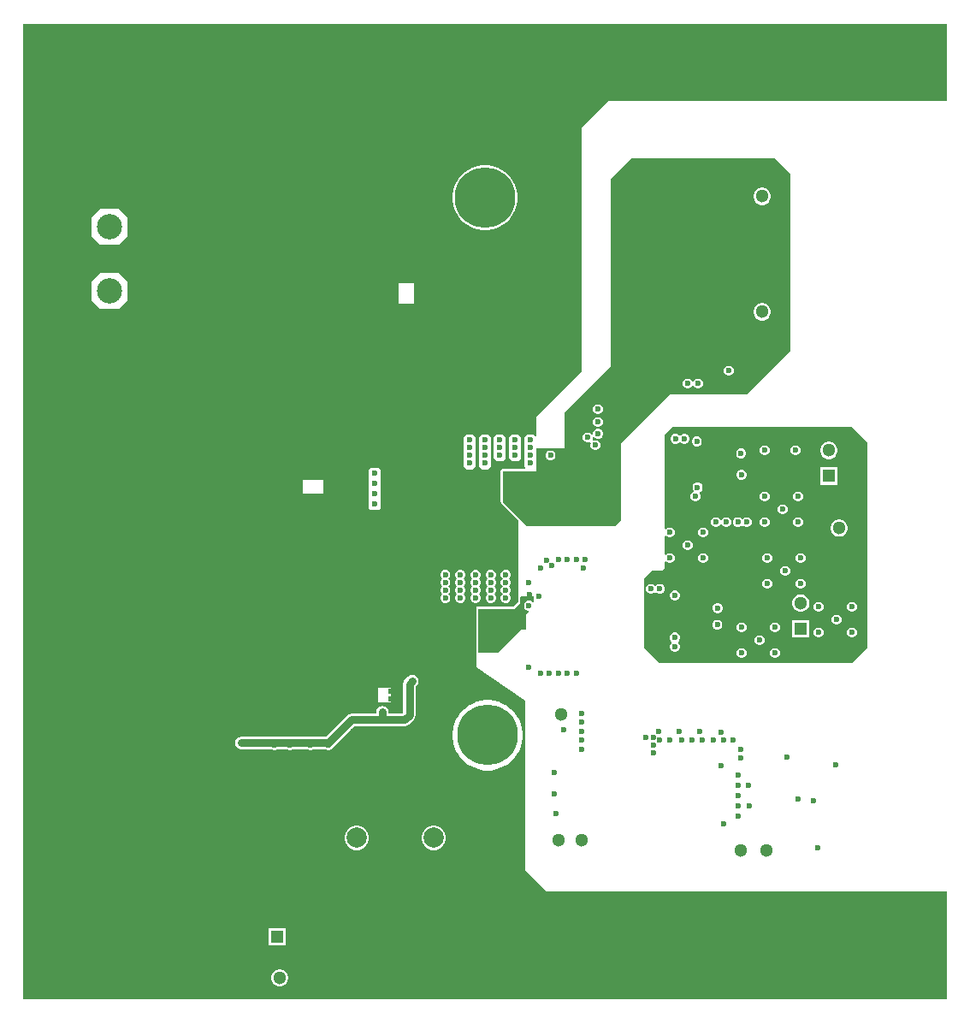
<source format=gbr>
%TF.GenerationSoftware,Altium Limited,Altium Designer,22.9.1 (49)*%
G04 Layer_Physical_Order=3*
G04 Layer_Color=16440176*
%FSLAX45Y45*%
%MOMM*%
%TF.SameCoordinates,B7DE9D22-2107-43EB-A15B-9EDAE082944A*%
%TF.FilePolarity,Positive*%
%TF.FileFunction,Copper,L3,Inr,Signal*%
%TF.Part,Single*%
G01*
G75*
%TA.AperFunction,Conductor*%
%ADD49C,0.80000*%
%TA.AperFunction,ComponentPad*%
%ADD55C,1.30000*%
%ADD56C,6.00000*%
%ADD57C,1.90500*%
%ADD58C,2.00660*%
%ADD59C,0.60000*%
%ADD60C,2.50000*%
%ADD61R,1.30000X1.30000*%
%ADD62R,1.30000X1.30000*%
%TA.AperFunction,ViaPad*%
%ADD63C,0.60000*%
G36*
X9194800Y10414000D02*
X5842000D01*
X5575300Y10147300D01*
Y7734300D01*
X5207000Y7366000D01*
X5130800Y7289800D01*
Y7107161D01*
X5118100Y7101900D01*
X5100000Y7120000D01*
X5040000D01*
X5010000Y7090000D01*
Y6800000D01*
X5022275Y6787725D01*
X5017415Y6775992D01*
X4800600D01*
X4792796Y6774440D01*
X4786181Y6770019D01*
X4781760Y6763404D01*
X4781650Y6762850D01*
X4775200Y6756400D01*
Y6451600D01*
X4781253Y6445547D01*
X4781760Y6442996D01*
X4786181Y6436381D01*
X4953000Y6269561D01*
Y5461000D01*
X4902200Y5410200D01*
X4533900D01*
Y4813300D01*
X5020000Y4484854D01*
Y2803200D01*
X5232400Y2590800D01*
X9194800D01*
Y1524000D01*
X50800D01*
Y11176000D01*
X9194800D01*
Y10414000D01*
D02*
G37*
G36*
X7645400Y9702000D02*
Y7949399D01*
X7213600Y7517600D01*
X6451600D01*
X5969000Y7035000D01*
X5969000Y6273000D01*
X5906300Y6210300D01*
X5041100D01*
X4800600Y6450800D01*
Y6755600D01*
X5130800D01*
Y6984200D01*
X5410200D01*
Y7339800D01*
X5562600Y7492200D01*
X5867400Y7797000D01*
Y9651200D01*
X6070600Y9854400D01*
X7493000D01*
X7645400Y9702000D01*
D02*
G37*
G36*
X8407400Y7035800D02*
Y5003800D01*
X8255000Y4851400D01*
X6349999D01*
X6197600Y5003800D01*
Y5689600D01*
X6273800Y5765800D01*
X6375400D01*
X6400800Y5791200D01*
Y5854929D01*
X6413500Y5860189D01*
X6423277Y5850412D01*
X6441654Y5842800D01*
X6461546D01*
X6479923Y5850412D01*
X6493988Y5864477D01*
X6501600Y5882854D01*
Y5902746D01*
X6493988Y5921123D01*
X6479923Y5935188D01*
X6461546Y5942800D01*
X6441654D01*
X6423277Y5935188D01*
X6413500Y5925411D01*
X6400800Y5930671D01*
Y6108929D01*
X6413500Y6114189D01*
X6423277Y6104412D01*
X6441654Y6096800D01*
X6461546D01*
X6479923Y6104412D01*
X6493988Y6118477D01*
X6501600Y6136854D01*
Y6156746D01*
X6493988Y6175123D01*
X6479923Y6189188D01*
X6461546Y6196800D01*
X6441654D01*
X6423277Y6189188D01*
X6413500Y6179411D01*
X6400800Y6184671D01*
Y7112000D01*
X6477000Y7188200D01*
X8255000D01*
X8407400Y7035800D01*
D02*
G37*
G36*
X5105400Y5464870D02*
X5092700Y5459609D01*
X5087021Y5465288D01*
X5068644Y5472900D01*
X5048753D01*
X5030376Y5465288D01*
X5016310Y5451223D01*
X5008698Y5432846D01*
Y5412954D01*
X5016310Y5394577D01*
X5030376Y5380512D01*
X5048753Y5372900D01*
X5051507D01*
X5056367Y5361167D01*
X5029200Y5334000D01*
Y5181600D01*
X4978400D01*
X4749800Y4953000D01*
X4554292D01*
Y5384800D01*
X4851400D01*
X4856408Y5389808D01*
X4902199D01*
X4902200Y5389808D01*
X4910004Y5391360D01*
X4916619Y5395781D01*
X4916620Y5395781D01*
X4967419Y5446581D01*
X4971840Y5453196D01*
X4973392Y5461000D01*
Y5506792D01*
X4978400Y5511800D01*
X5105400D01*
Y5464870D01*
D02*
G37*
%LPC*%
G36*
X4647985Y9781500D02*
X4597615D01*
X4547866Y9773621D01*
X4499963Y9758056D01*
X4455084Y9735189D01*
X4414334Y9705582D01*
X4378718Y9669966D01*
X4349111Y9629216D01*
X4326244Y9584337D01*
X4310679Y9536434D01*
X4302800Y9486685D01*
Y9436315D01*
X4310679Y9386566D01*
X4326244Y9338663D01*
X4349111Y9293784D01*
X4378718Y9253034D01*
X4414334Y9217418D01*
X4455084Y9187811D01*
X4499963Y9164944D01*
X4547866Y9149379D01*
X4597615Y9141500D01*
X4647985D01*
X4697734Y9149379D01*
X4745637Y9164944D01*
X4790516Y9187811D01*
X4831266Y9217418D01*
X4866882Y9253034D01*
X4896489Y9293784D01*
X4919356Y9338663D01*
X4934921Y9386566D01*
X4942800Y9436315D01*
Y9486685D01*
X4934921Y9536434D01*
X4919356Y9584337D01*
X4896489Y9629216D01*
X4866882Y9669966D01*
X4831266Y9705582D01*
X4790516Y9735189D01*
X4745637Y9758056D01*
X4697734Y9773621D01*
X4647985Y9781500D01*
D02*
G37*
G36*
X1000000Y9350000D02*
X810000D01*
X730000Y9270000D01*
X730000Y9079999D01*
X810000Y9000000D01*
X1000000D01*
X1080000Y9080000D01*
Y9270000D01*
X1000000Y9350000D01*
D02*
G37*
G36*
X3920000Y8610600D02*
X3767800D01*
Y8407400D01*
X3920000D01*
Y8610600D01*
D02*
G37*
G36*
X1000000Y8715000D02*
X810000D01*
X730000Y8635000D01*
X730000Y8444999D01*
X810000Y8365000D01*
X1000000D01*
X1080000Y8445000D01*
Y8635000D01*
X1000000Y8715000D01*
D02*
G37*
G36*
X4950000Y7120000D02*
X4890000D01*
X4860000Y7090000D01*
Y6880000D01*
X4890000Y6850000D01*
X4950000D01*
X4980000Y6880000D01*
Y7090000D01*
X4950000Y7120000D01*
D02*
G37*
G36*
X4800000D02*
X4740000D01*
X4710000Y7090000D01*
Y6880000D01*
X4740000Y6850000D01*
X4800000D01*
X4830000Y6880000D01*
Y7090000D01*
X4800000Y7120000D01*
D02*
G37*
G36*
X4650000D02*
X4590000D01*
X4560000Y7090000D01*
Y6800000D01*
X4590000Y6770000D01*
X4650000D01*
X4680000Y6800000D01*
Y7090000D01*
X4650000Y7120000D01*
D02*
G37*
G36*
X4500000D02*
X4440000D01*
X4410000Y7090000D01*
Y6800000D01*
X4440000Y6770000D01*
X4500000D01*
X4530000Y6800000D01*
Y7090000D01*
X4500000Y7120000D01*
D02*
G37*
G36*
X3022600Y6667800D02*
X2819400D01*
Y6527800D01*
X3022600D01*
Y6667800D01*
D02*
G37*
G36*
X3570000Y6790000D02*
X3490000D01*
X3470000Y6770000D01*
Y6390000D01*
X3490000Y6370000D01*
X3570000D01*
X3590000Y6390000D01*
Y6770000D01*
X3570000Y6790000D01*
D02*
G37*
G36*
X4839046Y5777700D02*
X4819154D01*
X4800777Y5770088D01*
X4786712Y5756023D01*
X4779100Y5737646D01*
Y5717754D01*
X4786712Y5699377D01*
X4796489Y5689600D01*
X4786712Y5679823D01*
X4779100Y5661446D01*
Y5641554D01*
X4786712Y5623177D01*
X4796489Y5613400D01*
X4786712Y5603623D01*
X4779100Y5585246D01*
Y5565354D01*
X4786712Y5546977D01*
X4796489Y5537200D01*
X4786712Y5527423D01*
X4779100Y5509046D01*
Y5489154D01*
X4786712Y5470777D01*
X4800777Y5456712D01*
X4819154Y5449100D01*
X4839046D01*
X4857423Y5456712D01*
X4871488Y5470777D01*
X4879100Y5489154D01*
Y5509046D01*
X4871488Y5527423D01*
X4861711Y5537200D01*
X4871488Y5546977D01*
X4879100Y5565354D01*
Y5585246D01*
X4871488Y5603623D01*
X4861711Y5613400D01*
X4871488Y5623177D01*
X4879100Y5641554D01*
Y5661446D01*
X4871488Y5679823D01*
X4861711Y5689600D01*
X4871488Y5699377D01*
X4879100Y5717754D01*
Y5737646D01*
X4871488Y5756023D01*
X4857423Y5770088D01*
X4839046Y5777700D01*
D02*
G37*
G36*
X4689046D02*
X4669154D01*
X4650777Y5770088D01*
X4636712Y5756023D01*
X4629100Y5737646D01*
Y5717754D01*
X4636712Y5699377D01*
X4646489Y5689600D01*
X4636712Y5679823D01*
X4629100Y5661446D01*
Y5641554D01*
X4636712Y5623177D01*
X4646489Y5613400D01*
X4636712Y5603623D01*
X4629100Y5585246D01*
Y5565354D01*
X4636712Y5546977D01*
X4646489Y5537200D01*
X4636712Y5527423D01*
X4629100Y5509046D01*
Y5489154D01*
X4636712Y5470777D01*
X4650777Y5456712D01*
X4669154Y5449100D01*
X4689046D01*
X4707423Y5456712D01*
X4721488Y5470777D01*
X4729100Y5489154D01*
Y5509046D01*
X4721488Y5527423D01*
X4711711Y5537200D01*
X4721488Y5546977D01*
X4729100Y5565354D01*
Y5585246D01*
X4721488Y5603623D01*
X4711711Y5613400D01*
X4721488Y5623177D01*
X4729100Y5641554D01*
Y5661446D01*
X4721488Y5679823D01*
X4711711Y5689600D01*
X4721488Y5699377D01*
X4729100Y5717754D01*
Y5737646D01*
X4721488Y5756023D01*
X4707423Y5770088D01*
X4689046Y5777700D01*
D02*
G37*
G36*
X4539046D02*
X4519154D01*
X4500777Y5770088D01*
X4486712Y5756023D01*
X4479100Y5737646D01*
Y5717754D01*
X4486712Y5699377D01*
X4496489Y5689600D01*
X4486712Y5679823D01*
X4479100Y5661446D01*
Y5641554D01*
X4486712Y5623177D01*
X4496489Y5613400D01*
X4486712Y5603623D01*
X4479100Y5585246D01*
Y5565354D01*
X4486712Y5546977D01*
X4496489Y5537200D01*
X4486712Y5527423D01*
X4479100Y5509046D01*
Y5489154D01*
X4486712Y5470777D01*
X4500777Y5456712D01*
X4519154Y5449100D01*
X4539046D01*
X4557423Y5456712D01*
X4571488Y5470777D01*
X4579100Y5489154D01*
Y5509046D01*
X4571488Y5527423D01*
X4561711Y5537200D01*
X4571488Y5546977D01*
X4579100Y5565354D01*
Y5585246D01*
X4571488Y5603623D01*
X4561711Y5613400D01*
X4571488Y5623177D01*
X4579100Y5641554D01*
Y5661446D01*
X4571488Y5679823D01*
X4561711Y5689600D01*
X4571488Y5699377D01*
X4579100Y5717754D01*
Y5737646D01*
X4571488Y5756023D01*
X4557423Y5770088D01*
X4539046Y5777700D01*
D02*
G37*
G36*
X4389046D02*
X4369154D01*
X4350777Y5770088D01*
X4336712Y5756023D01*
X4329100Y5737646D01*
Y5717754D01*
X4336712Y5699377D01*
X4346489Y5689600D01*
X4336712Y5679823D01*
X4329100Y5661446D01*
Y5641554D01*
X4336712Y5623177D01*
X4346489Y5613400D01*
X4336712Y5603623D01*
X4329100Y5585246D01*
Y5565354D01*
X4336712Y5546977D01*
X4346489Y5537200D01*
X4336712Y5527423D01*
X4329100Y5509046D01*
Y5489154D01*
X4336712Y5470777D01*
X4350777Y5456712D01*
X4369154Y5449100D01*
X4389046D01*
X4407423Y5456712D01*
X4421488Y5470777D01*
X4429100Y5489154D01*
Y5509046D01*
X4421488Y5527423D01*
X4411711Y5537200D01*
X4421488Y5546977D01*
X4429100Y5565354D01*
Y5585246D01*
X4421488Y5603623D01*
X4411711Y5613400D01*
X4421488Y5623177D01*
X4429100Y5641554D01*
Y5661446D01*
X4421488Y5679823D01*
X4411711Y5689600D01*
X4421488Y5699377D01*
X4429100Y5717754D01*
Y5737646D01*
X4421488Y5756023D01*
X4407423Y5770088D01*
X4389046Y5777700D01*
D02*
G37*
G36*
X4239046D02*
X4219154D01*
X4200777Y5770088D01*
X4186712Y5756023D01*
X4179100Y5737646D01*
Y5717754D01*
X4186712Y5699377D01*
X4196489Y5689600D01*
X4186712Y5679823D01*
X4179100Y5661446D01*
Y5641554D01*
X4186712Y5623177D01*
X4196489Y5613400D01*
X4186712Y5603623D01*
X4179100Y5585246D01*
Y5565354D01*
X4186712Y5546977D01*
X4196489Y5537200D01*
X4186712Y5527423D01*
X4179100Y5509046D01*
Y5489154D01*
X4186712Y5470777D01*
X4200777Y5456712D01*
X4219154Y5449100D01*
X4239046D01*
X4257423Y5456712D01*
X4271488Y5470777D01*
X4279100Y5489154D01*
Y5509046D01*
X4271488Y5527423D01*
X4261711Y5537200D01*
X4271488Y5546977D01*
X4279100Y5565354D01*
Y5585246D01*
X4271488Y5603623D01*
X4261711Y5613400D01*
X4271488Y5623177D01*
X4279100Y5641554D01*
Y5661446D01*
X4271488Y5679823D01*
X4261711Y5689600D01*
X4271488Y5699377D01*
X4279100Y5717754D01*
Y5737646D01*
X4271488Y5756023D01*
X4257423Y5770088D01*
X4239046Y5777700D01*
D02*
G37*
G36*
X3690682Y4609142D02*
X3560682D01*
Y4469142D01*
X3690682D01*
Y4609142D01*
D02*
G37*
G36*
X3904683Y4740317D02*
X3881272Y4735661D01*
X3861425Y4722399D01*
X3830243Y4691217D01*
X3816981Y4671370D01*
X3812325Y4647959D01*
Y4364803D01*
X3801297Y4353775D01*
X3667975D01*
Y4368800D01*
X3663319Y4392211D01*
X3650057Y4412057D01*
X3630211Y4425319D01*
X3606800Y4429975D01*
X3583389Y4425319D01*
X3563543Y4412057D01*
X3550281Y4392211D01*
X3545625Y4368800D01*
Y4353775D01*
X3302000D01*
X3278589Y4349119D01*
X3258743Y4335857D01*
X3048060Y4125175D01*
X2209800D01*
X2186389Y4120519D01*
X2166543Y4107257D01*
X2153281Y4087411D01*
X2148625Y4064000D01*
X2153281Y4040589D01*
X2166543Y4020743D01*
X2186389Y4007481D01*
X2209800Y4002825D01*
X2505065D01*
X2511677Y3996212D01*
X2530054Y3988600D01*
X2549946D01*
X2568323Y3996212D01*
X2574935Y4002825D01*
X2657465D01*
X2664077Y3996212D01*
X2682454Y3988600D01*
X2702346D01*
X2720723Y3996212D01*
X2727335Y4002825D01*
X2860665D01*
X2867277Y3996212D01*
X2885654Y3988600D01*
X2905546D01*
X2923923Y3996212D01*
X2930535Y4002825D01*
X3038465D01*
X3045077Y3996212D01*
X3063454Y3988600D01*
X3083346D01*
X3101723Y3996212D01*
X3115788Y4010277D01*
X3122573Y4026658D01*
X3327340Y4231425D01*
X3826637D01*
X3850048Y4236081D01*
X3869894Y4249343D01*
X3916757Y4296205D01*
X3930019Y4316052D01*
X3934675Y4339463D01*
Y4622620D01*
X3947940Y4635884D01*
X3961201Y4655731D01*
X3965858Y4679142D01*
X3961201Y4702552D01*
X3947940Y4722399D01*
X3928093Y4735661D01*
X3904683Y4740317D01*
D02*
G37*
G36*
X4671008Y4488180D02*
X4625392D01*
X4580167Y4482226D01*
X4536105Y4470420D01*
X4493962Y4452963D01*
X4454458Y4430155D01*
X4418269Y4402386D01*
X4386013Y4370131D01*
X4358244Y4333942D01*
X4335436Y4294438D01*
X4317980Y4252294D01*
X4306174Y4208233D01*
X4300220Y4163008D01*
Y4117392D01*
X4306174Y4072167D01*
X4317980Y4028105D01*
X4335436Y3985962D01*
X4358244Y3946458D01*
X4386013Y3910269D01*
X4418269Y3878013D01*
X4454458Y3850244D01*
X4493962Y3827436D01*
X4536105Y3809980D01*
X4580167Y3798174D01*
X4625392Y3792220D01*
X4671008D01*
X4716233Y3798174D01*
X4760294Y3809980D01*
X4802438Y3827436D01*
X4841942Y3850244D01*
X4878131Y3878013D01*
X4910386Y3910269D01*
X4938155Y3946458D01*
X4960963Y3985962D01*
X4978420Y4028105D01*
X4990226Y4072167D01*
X4996180Y4117392D01*
Y4163008D01*
X4990226Y4208233D01*
X4978420Y4252294D01*
X4960963Y4294438D01*
X4938155Y4333942D01*
X4910386Y4370131D01*
X4878131Y4402386D01*
X4841942Y4430155D01*
X4802438Y4452963D01*
X4760294Y4470420D01*
X4716233Y4482226D01*
X4671008Y4488180D01*
D02*
G37*
G36*
X4130642Y3244530D02*
X4098958D01*
X4068354Y3236330D01*
X4040916Y3220488D01*
X4018512Y3198084D01*
X4002670Y3170646D01*
X3994470Y3140042D01*
Y3108358D01*
X4002670Y3077754D01*
X4018512Y3050316D01*
X4040916Y3027912D01*
X4068354Y3012070D01*
X4098958Y3003870D01*
X4130642D01*
X4161246Y3012070D01*
X4188684Y3027912D01*
X4211088Y3050316D01*
X4226930Y3077754D01*
X4235130Y3108358D01*
Y3140042D01*
X4226930Y3170646D01*
X4211088Y3198084D01*
X4188684Y3220488D01*
X4161246Y3236330D01*
X4130642Y3244530D01*
D02*
G37*
G36*
X3368642D02*
X3336958D01*
X3306354Y3236330D01*
X3278916Y3220488D01*
X3256512Y3198084D01*
X3240670Y3170646D01*
X3232470Y3140042D01*
Y3108358D01*
X3240670Y3077754D01*
X3256512Y3050316D01*
X3278916Y3027912D01*
X3306354Y3012070D01*
X3336958Y3003870D01*
X3368642D01*
X3399246Y3012070D01*
X3426684Y3027912D01*
X3449088Y3050316D01*
X3464930Y3077754D01*
X3473130Y3108358D01*
Y3140042D01*
X3464930Y3170646D01*
X3449088Y3198084D01*
X3426684Y3220488D01*
X3399246Y3236330D01*
X3368642Y3244530D01*
D02*
G37*
G36*
X2650400Y2231300D02*
X2480400D01*
Y2061300D01*
X2650400D01*
Y2231300D01*
D02*
G37*
G36*
X2601990Y1824900D02*
X2579610D01*
X2557991Y1819107D01*
X2538609Y1807917D01*
X2522783Y1792091D01*
X2511593Y1772709D01*
X2505800Y1751090D01*
Y1728710D01*
X2511593Y1707091D01*
X2522783Y1687709D01*
X2538609Y1671883D01*
X2557991Y1660693D01*
X2579610Y1654900D01*
X2601990D01*
X2623609Y1660693D01*
X2642991Y1671883D01*
X2658817Y1687709D01*
X2670007Y1707091D01*
X2675800Y1728710D01*
Y1751090D01*
X2670007Y1772709D01*
X2658817Y1792091D01*
X2642991Y1807917D01*
X2623609Y1819107D01*
X2601990Y1824900D01*
D02*
G37*
G36*
X7377190Y9559200D02*
X7354810D01*
X7333191Y9553407D01*
X7313809Y9542217D01*
X7297983Y9526391D01*
X7286793Y9507009D01*
X7281000Y9485390D01*
Y9463010D01*
X7286793Y9441391D01*
X7297983Y9422009D01*
X7313809Y9406183D01*
X7333191Y9394993D01*
X7354810Y9389200D01*
X7377190D01*
X7398809Y9394993D01*
X7418191Y9406183D01*
X7434017Y9422009D01*
X7445207Y9441391D01*
X7451000Y9463010D01*
Y9485390D01*
X7445207Y9507009D01*
X7434017Y9526391D01*
X7418191Y9542217D01*
X7398809Y9553407D01*
X7377190Y9559200D01*
D02*
G37*
G36*
Y8416200D02*
X7354810D01*
X7333191Y8410407D01*
X7313809Y8399217D01*
X7297983Y8383391D01*
X7286793Y8364009D01*
X7281000Y8342390D01*
Y8320010D01*
X7286793Y8298391D01*
X7297983Y8279009D01*
X7313809Y8263183D01*
X7333191Y8251993D01*
X7354810Y8246200D01*
X7377190D01*
X7398809Y8251993D01*
X7418191Y8263183D01*
X7434017Y8279009D01*
X7445207Y8298391D01*
X7451000Y8320010D01*
Y8342390D01*
X7445207Y8364009D01*
X7434017Y8383391D01*
X7418191Y8399217D01*
X7398809Y8410407D01*
X7377190Y8416200D01*
D02*
G37*
G36*
X7045746Y7797000D02*
X7025854D01*
X7007477Y7789388D01*
X6993412Y7775323D01*
X6985800Y7756946D01*
Y7737054D01*
X6993412Y7718677D01*
X7007477Y7704612D01*
X7025854Y7697000D01*
X7045746D01*
X7064123Y7704612D01*
X7078188Y7718677D01*
X7085800Y7737054D01*
Y7756946D01*
X7078188Y7775323D01*
X7064123Y7789388D01*
X7045746Y7797000D01*
D02*
G37*
G36*
X6740946Y7670000D02*
X6721054D01*
X6702677Y7662388D01*
X6688612Y7648323D01*
X6687073Y7644608D01*
X6673327D01*
X6671788Y7648323D01*
X6657723Y7662388D01*
X6639346Y7670000D01*
X6619454D01*
X6601077Y7662388D01*
X6587012Y7648323D01*
X6579400Y7629946D01*
Y7610054D01*
X6587012Y7591677D01*
X6601077Y7577612D01*
X6619454Y7570000D01*
X6639346D01*
X6657723Y7577612D01*
X6671788Y7591677D01*
X6673327Y7595392D01*
X6687073D01*
X6688612Y7591677D01*
X6702677Y7577612D01*
X6721054Y7570000D01*
X6740946D01*
X6759323Y7577612D01*
X6773388Y7591677D01*
X6781000Y7610054D01*
Y7629946D01*
X6773388Y7648323D01*
X6759323Y7662388D01*
X6740946Y7670000D01*
D02*
G37*
G36*
X5750346Y7416000D02*
X5730454D01*
X5712077Y7408388D01*
X5698012Y7394323D01*
X5690400Y7375946D01*
Y7356054D01*
X5698012Y7337677D01*
X5712077Y7323612D01*
X5730454Y7316000D01*
X5750346D01*
X5768723Y7323612D01*
X5782788Y7337677D01*
X5790400Y7356054D01*
Y7375946D01*
X5782788Y7394323D01*
X5768723Y7408388D01*
X5750346Y7416000D01*
D02*
G37*
G36*
Y7289000D02*
X5730454D01*
X5712077Y7281388D01*
X5698012Y7267323D01*
X5690400Y7248946D01*
Y7229054D01*
X5698012Y7210677D01*
X5712077Y7196612D01*
X5730454Y7189000D01*
X5750346D01*
X5768723Y7196612D01*
X5782788Y7210677D01*
X5790400Y7229054D01*
Y7248946D01*
X5782788Y7267323D01*
X5768723Y7281388D01*
X5750346Y7289000D01*
D02*
G37*
G36*
X5751876Y7171949D02*
X5731985D01*
X5713608Y7164337D01*
X5699543Y7150271D01*
X5691931Y7131894D01*
Y7120774D01*
X5688486Y7118898D01*
X5679231Y7116880D01*
X5667123Y7128988D01*
X5648746Y7136600D01*
X5628854D01*
X5610477Y7128988D01*
X5596412Y7114923D01*
X5588800Y7096546D01*
Y7076654D01*
X5596412Y7058277D01*
X5610477Y7044212D01*
X5628854Y7036600D01*
X5648746D01*
X5659900Y7041220D01*
X5669620Y7031500D01*
X5665000Y7020346D01*
Y7000454D01*
X5672612Y6982077D01*
X5686677Y6968012D01*
X5705054Y6960400D01*
X5724946D01*
X5743323Y6968012D01*
X5757388Y6982077D01*
X5765000Y7000454D01*
Y7020346D01*
X5757388Y7038723D01*
X5743323Y7052788D01*
X5724946Y7060400D01*
X5705054D01*
X5693900Y7055780D01*
X5684180Y7065500D01*
X5688800Y7076654D01*
Y7087775D01*
X5692245Y7089651D01*
X5701500Y7091669D01*
X5713608Y7079561D01*
X5731985Y7071949D01*
X5751876D01*
X5770253Y7079561D01*
X5784319Y7093626D01*
X5791931Y7112003D01*
Y7131894D01*
X5784319Y7150271D01*
X5770253Y7164337D01*
X5751876Y7171949D01*
D02*
G37*
G36*
X5280446Y6958800D02*
X5260554D01*
X5242177Y6951188D01*
X5228112Y6937123D01*
X5220500Y6918746D01*
Y6898854D01*
X5228112Y6880477D01*
X5242177Y6866412D01*
X5260554Y6858800D01*
X5280446D01*
X5298823Y6866412D01*
X5312888Y6880477D01*
X5320500Y6898854D01*
Y6918746D01*
X5312888Y6937123D01*
X5298823Y6951188D01*
X5280446Y6958800D01*
D02*
G37*
G36*
X6606490Y7125969D02*
X6586599D01*
X6568222Y7118358D01*
X6559653Y7109789D01*
X6552423Y7105151D01*
X6543060Y7109789D01*
X6535478Y7117370D01*
X6517101Y7124982D01*
X6497210D01*
X6478833Y7117370D01*
X6464768Y7103305D01*
X6457156Y7084928D01*
Y7065036D01*
X6464768Y7046659D01*
X6478833Y7032594D01*
X6497210Y7024982D01*
X6517101D01*
X6535478Y7032594D01*
X6544047Y7041163D01*
X6551277Y7045800D01*
X6560640Y7041163D01*
X6568222Y7033582D01*
X6586599Y7025970D01*
X6606490D01*
X6624867Y7033582D01*
X6638932Y7047647D01*
X6646544Y7066024D01*
Y7085915D01*
X6638932Y7104292D01*
X6624867Y7118358D01*
X6606490Y7125969D01*
D02*
G37*
G36*
X6728246Y7098500D02*
X6708354D01*
X6689977Y7090888D01*
X6675912Y7076823D01*
X6668300Y7058446D01*
Y7038554D01*
X6675912Y7020177D01*
X6689977Y7006112D01*
X6708354Y6998500D01*
X6728246D01*
X6746623Y7006112D01*
X6760688Y7020177D01*
X6768300Y7038554D01*
Y7058446D01*
X6760688Y7076823D01*
X6746623Y7090888D01*
X6728246Y7098500D01*
D02*
G37*
G36*
X7706146Y7009600D02*
X7686254D01*
X7667877Y7001988D01*
X7653812Y6987923D01*
X7646200Y6969546D01*
Y6949654D01*
X7653812Y6931277D01*
X7667877Y6917212D01*
X7686254Y6909600D01*
X7706146D01*
X7724523Y6917212D01*
X7738588Y6931277D01*
X7746200Y6949654D01*
Y6969546D01*
X7738588Y6987923D01*
X7724523Y7001988D01*
X7706146Y7009600D01*
D02*
G37*
G36*
X7401346D02*
X7381454D01*
X7363077Y7001988D01*
X7349012Y6987923D01*
X7341400Y6969546D01*
Y6949654D01*
X7349012Y6931277D01*
X7363077Y6917212D01*
X7381454Y6909600D01*
X7401346D01*
X7419723Y6917212D01*
X7433788Y6931277D01*
X7441400Y6949654D01*
Y6969546D01*
X7433788Y6987923D01*
X7419723Y7001988D01*
X7401346Y7009600D01*
D02*
G37*
G36*
X7167666Y6979120D02*
X7147774D01*
X7129397Y6971508D01*
X7115332Y6957443D01*
X7107720Y6939066D01*
Y6919174D01*
X7115332Y6900797D01*
X7129397Y6886732D01*
X7147774Y6879120D01*
X7167666D01*
X7186043Y6886732D01*
X7200108Y6900797D01*
X7207720Y6919174D01*
Y6939066D01*
X7200108Y6957443D01*
X7186043Y6971508D01*
X7167666Y6979120D01*
D02*
G37*
G36*
X8037590Y7044600D02*
X8015210D01*
X7993591Y7038807D01*
X7974209Y7027617D01*
X7958383Y7011791D01*
X7947193Y6992409D01*
X7941400Y6970790D01*
Y6948410D01*
X7947193Y6926791D01*
X7958383Y6907409D01*
X7974209Y6891583D01*
X7993591Y6880393D01*
X8015210Y6874600D01*
X8037590D01*
X8059209Y6880393D01*
X8078591Y6891583D01*
X8094417Y6907409D01*
X8105607Y6926791D01*
X8111400Y6948410D01*
Y6970790D01*
X8105607Y6992409D01*
X8094417Y7011791D01*
X8078591Y7027617D01*
X8059209Y7038807D01*
X8037590Y7044600D01*
D02*
G37*
G36*
X7170206Y6768300D02*
X7150314D01*
X7131937Y6760688D01*
X7117872Y6746623D01*
X7110260Y6728246D01*
Y6708354D01*
X7117872Y6689977D01*
X7131937Y6675912D01*
X7150314Y6668300D01*
X7170206D01*
X7188583Y6675912D01*
X7202648Y6689977D01*
X7210260Y6708354D01*
Y6728246D01*
X7202648Y6746623D01*
X7188583Y6760688D01*
X7170206Y6768300D01*
D02*
G37*
G36*
X8111400Y6790600D02*
X7941400D01*
Y6620600D01*
X8111400D01*
Y6790600D01*
D02*
G37*
G36*
X7731546Y6552400D02*
X7711654D01*
X7693277Y6544788D01*
X7679212Y6530723D01*
X7671600Y6512346D01*
Y6492454D01*
X7679212Y6474077D01*
X7693277Y6460012D01*
X7711654Y6452400D01*
X7731546D01*
X7749923Y6460012D01*
X7763988Y6474077D01*
X7771600Y6492454D01*
Y6512346D01*
X7763988Y6530723D01*
X7749923Y6544788D01*
X7731546Y6552400D01*
D02*
G37*
G36*
X7401346D02*
X7381454D01*
X7363077Y6544788D01*
X7349012Y6530723D01*
X7341400Y6512346D01*
Y6492454D01*
X7349012Y6474077D01*
X7363077Y6460012D01*
X7381454Y6452400D01*
X7401346D01*
X7419723Y6460012D01*
X7433788Y6474077D01*
X7441400Y6492454D01*
Y6512346D01*
X7433788Y6530723D01*
X7419723Y6544788D01*
X7401346Y6552400D01*
D02*
G37*
G36*
X6736646Y6645000D02*
X6716754D01*
X6698377Y6637388D01*
X6684312Y6623323D01*
X6676700Y6604946D01*
Y6585054D01*
X6684312Y6566677D01*
X6688009Y6562980D01*
X6685030Y6547999D01*
X6677277Y6544788D01*
X6663212Y6530723D01*
X6655600Y6512346D01*
Y6492454D01*
X6663212Y6474077D01*
X6677277Y6460012D01*
X6695654Y6452400D01*
X6715546D01*
X6733923Y6460012D01*
X6747988Y6474077D01*
X6755600Y6492454D01*
Y6512346D01*
X6747988Y6530723D01*
X6744291Y6534420D01*
X6747270Y6549401D01*
X6755023Y6552612D01*
X6769088Y6566677D01*
X6776700Y6585054D01*
Y6604946D01*
X6769088Y6623323D01*
X6755023Y6637388D01*
X6736646Y6645000D01*
D02*
G37*
G36*
X7579146Y6425400D02*
X7559254D01*
X7540877Y6417788D01*
X7526812Y6403723D01*
X7519200Y6385346D01*
Y6365454D01*
X7526812Y6347077D01*
X7540877Y6333012D01*
X7559254Y6325400D01*
X7579146D01*
X7597523Y6333012D01*
X7611588Y6347077D01*
X7619200Y6365454D01*
Y6385346D01*
X7611588Y6403723D01*
X7597523Y6417788D01*
X7579146Y6425400D01*
D02*
G37*
G36*
X7223546Y6298400D02*
X7203654D01*
X7185277Y6290788D01*
X7177447Y6282957D01*
X7169150Y6277964D01*
X7160853Y6282957D01*
X7153023Y6290788D01*
X7134646Y6298400D01*
X7114754D01*
X7096377Y6290788D01*
X7082312Y6276723D01*
X7074700Y6258346D01*
Y6238454D01*
X7082312Y6220077D01*
X7096377Y6206012D01*
X7114754Y6198400D01*
X7134646D01*
X7153023Y6206012D01*
X7160853Y6213843D01*
X7169150Y6218836D01*
X7177447Y6213843D01*
X7185277Y6206012D01*
X7203654Y6198400D01*
X7223546D01*
X7241923Y6206012D01*
X7255988Y6220077D01*
X7263600Y6238454D01*
Y6258346D01*
X7255988Y6276723D01*
X7241923Y6290788D01*
X7223546Y6298400D01*
D02*
G37*
G36*
X7020346D02*
X7000454D01*
X6982077Y6290788D01*
X6968012Y6276723D01*
X6966473Y6273008D01*
X6952727D01*
X6951188Y6276723D01*
X6937123Y6290788D01*
X6918746Y6298400D01*
X6898854D01*
X6880477Y6290788D01*
X6866412Y6276723D01*
X6858800Y6258346D01*
Y6238454D01*
X6866412Y6220077D01*
X6880477Y6206012D01*
X6898854Y6198400D01*
X6918746D01*
X6937123Y6206012D01*
X6951188Y6220077D01*
X6952727Y6223792D01*
X6966473D01*
X6968012Y6220077D01*
X6982077Y6206012D01*
X7000454Y6198400D01*
X7020346D01*
X7038723Y6206012D01*
X7052788Y6220077D01*
X7060400Y6238454D01*
Y6258346D01*
X7052788Y6276723D01*
X7038723Y6290788D01*
X7020346Y6298400D01*
D02*
G37*
G36*
X7731546D02*
X7711654D01*
X7693277Y6290788D01*
X7679212Y6276723D01*
X7671600Y6258346D01*
Y6238454D01*
X7679212Y6220077D01*
X7693277Y6206012D01*
X7711654Y6198400D01*
X7731546D01*
X7749923Y6206012D01*
X7763988Y6220077D01*
X7771600Y6238454D01*
Y6258346D01*
X7763988Y6276723D01*
X7749923Y6290788D01*
X7731546Y6298400D01*
D02*
G37*
G36*
X7401346D02*
X7381454D01*
X7363077Y6290788D01*
X7349012Y6276723D01*
X7341400Y6258346D01*
Y6238454D01*
X7349012Y6220077D01*
X7363077Y6206012D01*
X7381454Y6198400D01*
X7401346D01*
X7419723Y6206012D01*
X7433788Y6220077D01*
X7441400Y6238454D01*
Y6258346D01*
X7433788Y6276723D01*
X7419723Y6290788D01*
X7401346Y6298400D01*
D02*
G37*
G36*
X8139190Y6274980D02*
X8116810D01*
X8095191Y6269187D01*
X8075809Y6257997D01*
X8059983Y6242171D01*
X8048793Y6222789D01*
X8043000Y6201170D01*
Y6178790D01*
X8048793Y6157171D01*
X8059983Y6137789D01*
X8075809Y6121963D01*
X8095191Y6110773D01*
X8116810Y6104980D01*
X8139190D01*
X8160809Y6110773D01*
X8180191Y6121963D01*
X8196017Y6137789D01*
X8207207Y6157171D01*
X8213000Y6178790D01*
Y6201170D01*
X8207207Y6222789D01*
X8196017Y6242171D01*
X8180191Y6257997D01*
X8160809Y6269187D01*
X8139190Y6274980D01*
D02*
G37*
G36*
X6791746Y6196800D02*
X6771854D01*
X6753477Y6189188D01*
X6739412Y6175123D01*
X6731800Y6156746D01*
Y6136854D01*
X6739412Y6118477D01*
X6753477Y6104412D01*
X6771854Y6096800D01*
X6791746D01*
X6810123Y6104412D01*
X6824188Y6118477D01*
X6831800Y6136854D01*
Y6156746D01*
X6824188Y6175123D01*
X6810123Y6189188D01*
X6791746Y6196800D01*
D02*
G37*
G36*
X6639346Y6069800D02*
X6619454D01*
X6601077Y6062188D01*
X6587012Y6048123D01*
X6579400Y6029746D01*
Y6009854D01*
X6587012Y5991477D01*
X6601077Y5977412D01*
X6619454Y5969800D01*
X6639346D01*
X6657723Y5977412D01*
X6671788Y5991477D01*
X6679400Y6009854D01*
Y6029746D01*
X6671788Y6048123D01*
X6657723Y6062188D01*
X6639346Y6069800D01*
D02*
G37*
G36*
X7756946Y5942800D02*
X7737054D01*
X7718677Y5935188D01*
X7704612Y5921123D01*
X7697000Y5902746D01*
Y5882854D01*
X7704612Y5864477D01*
X7718677Y5850412D01*
X7737054Y5842800D01*
X7756946D01*
X7775323Y5850412D01*
X7789388Y5864477D01*
X7797000Y5882854D01*
Y5902746D01*
X7789388Y5921123D01*
X7775323Y5935188D01*
X7756946Y5942800D01*
D02*
G37*
G36*
X7426746D02*
X7406854D01*
X7388477Y5935188D01*
X7374412Y5921123D01*
X7366800Y5902746D01*
Y5882854D01*
X7374412Y5864477D01*
X7388477Y5850412D01*
X7406854Y5842800D01*
X7426746D01*
X7445123Y5850412D01*
X7459188Y5864477D01*
X7466800Y5882854D01*
Y5902746D01*
X7459188Y5921123D01*
X7445123Y5935188D01*
X7426746Y5942800D01*
D02*
G37*
G36*
X6791746D02*
X6771854D01*
X6753477Y5935188D01*
X6739412Y5921123D01*
X6731800Y5902746D01*
Y5882854D01*
X6739412Y5864477D01*
X6753477Y5850412D01*
X6771854Y5842800D01*
X6791746D01*
X6810123Y5850412D01*
X6824188Y5864477D01*
X6831800Y5882854D01*
Y5902746D01*
X6824188Y5921123D01*
X6810123Y5935188D01*
X6791746Y5942800D01*
D02*
G37*
G36*
X7604546Y5815800D02*
X7584654D01*
X7566277Y5808188D01*
X7552212Y5794123D01*
X7544600Y5775746D01*
Y5755854D01*
X7552212Y5737477D01*
X7566277Y5723412D01*
X7584654Y5715800D01*
X7604546D01*
X7622923Y5723412D01*
X7636988Y5737477D01*
X7644600Y5755854D01*
Y5775746D01*
X7636988Y5794123D01*
X7622923Y5808188D01*
X7604546Y5815800D01*
D02*
G37*
G36*
X6364044Y5638000D02*
X6344153D01*
X6325776Y5630388D01*
X6317945Y5622557D01*
X6309648Y5617564D01*
X6301352Y5622557D01*
X6293521Y5630388D01*
X6275144Y5638000D01*
X6255253D01*
X6236876Y5630388D01*
X6222810Y5616323D01*
X6215198Y5597946D01*
Y5578054D01*
X6222810Y5559677D01*
X6236876Y5545612D01*
X6255253Y5538000D01*
X6275144D01*
X6293521Y5545612D01*
X6301352Y5553443D01*
X6309648Y5558436D01*
X6317945Y5553443D01*
X6325776Y5545612D01*
X6344153Y5538000D01*
X6364044D01*
X6382421Y5545612D01*
X6396486Y5559677D01*
X6404098Y5578054D01*
Y5597946D01*
X6396486Y5616323D01*
X6382421Y5630388D01*
X6364044Y5638000D01*
D02*
G37*
G36*
X7756946Y5688800D02*
X7737054D01*
X7718677Y5681188D01*
X7704612Y5667123D01*
X7697000Y5648746D01*
Y5628854D01*
X7704612Y5610477D01*
X7718677Y5596412D01*
X7737054Y5588800D01*
X7756946D01*
X7775323Y5596412D01*
X7789388Y5610477D01*
X7797000Y5628854D01*
Y5648746D01*
X7789388Y5667123D01*
X7775323Y5681188D01*
X7756946Y5688800D01*
D02*
G37*
G36*
X7426746D02*
X7406854D01*
X7388477Y5681188D01*
X7374412Y5667123D01*
X7366800Y5648746D01*
Y5628854D01*
X7374412Y5610477D01*
X7388477Y5596412D01*
X7406854Y5588800D01*
X7426746D01*
X7445123Y5596412D01*
X7459188Y5610477D01*
X7466800Y5628854D01*
Y5648746D01*
X7459188Y5667123D01*
X7445123Y5681188D01*
X7426746Y5688800D01*
D02*
G37*
G36*
X6512346Y5574500D02*
X6492454D01*
X6474077Y5566888D01*
X6460012Y5552823D01*
X6452400Y5534446D01*
Y5514554D01*
X6460012Y5496177D01*
X6474077Y5482112D01*
X6492454Y5474500D01*
X6512346D01*
X6530723Y5482112D01*
X6544788Y5496177D01*
X6552400Y5514554D01*
Y5534446D01*
X6544788Y5552823D01*
X6530723Y5566888D01*
X6512346Y5574500D01*
D02*
G37*
G36*
X7760730Y5535840D02*
X7738350D01*
X7716731Y5530047D01*
X7697349Y5518857D01*
X7681523Y5503031D01*
X7670333Y5483649D01*
X7664540Y5462030D01*
Y5439650D01*
X7670333Y5418031D01*
X7681523Y5398649D01*
X7697349Y5382823D01*
X7716731Y5371633D01*
X7738350Y5365840D01*
X7760730D01*
X7782349Y5371633D01*
X7801731Y5382823D01*
X7817557Y5398649D01*
X7828747Y5418031D01*
X7834540Y5439650D01*
Y5462030D01*
X7828747Y5483649D01*
X7817557Y5503031D01*
X7801731Y5518857D01*
X7782349Y5530047D01*
X7760730Y5535840D01*
D02*
G37*
G36*
X8264946Y5460200D02*
X8245054D01*
X8226677Y5452588D01*
X8212612Y5438523D01*
X8205000Y5420146D01*
Y5400254D01*
X8212612Y5381877D01*
X8226677Y5367812D01*
X8245054Y5360200D01*
X8264946D01*
X8283323Y5367812D01*
X8297388Y5381877D01*
X8305000Y5400254D01*
Y5420146D01*
X8297388Y5438523D01*
X8283323Y5452588D01*
X8264946Y5460200D01*
D02*
G37*
G36*
X7934746D02*
X7914854D01*
X7896477Y5452588D01*
X7882412Y5438523D01*
X7874800Y5420146D01*
Y5400254D01*
X7882412Y5381877D01*
X7896477Y5367812D01*
X7914854Y5360200D01*
X7934746D01*
X7953123Y5367812D01*
X7967188Y5381877D01*
X7974800Y5400254D01*
Y5420146D01*
X7967188Y5438523D01*
X7953123Y5452588D01*
X7934746Y5460200D01*
D02*
G37*
G36*
X6936526Y5450040D02*
X6916634D01*
X6898257Y5442428D01*
X6884192Y5428363D01*
X6876580Y5409986D01*
Y5390094D01*
X6884192Y5371717D01*
X6898257Y5357652D01*
X6916634Y5350040D01*
X6936526D01*
X6954903Y5357652D01*
X6968968Y5371717D01*
X6976580Y5390094D01*
Y5409986D01*
X6968968Y5428363D01*
X6954903Y5442428D01*
X6936526Y5450040D01*
D02*
G37*
G36*
X8112546Y5333200D02*
X8092654D01*
X8074277Y5325588D01*
X8060212Y5311523D01*
X8052600Y5293146D01*
Y5273254D01*
X8060212Y5254877D01*
X8074277Y5240812D01*
X8092654Y5233200D01*
X8112546D01*
X8130923Y5240812D01*
X8144988Y5254877D01*
X8152600Y5273254D01*
Y5293146D01*
X8144988Y5311523D01*
X8130923Y5325588D01*
X8112546Y5333200D01*
D02*
G37*
G36*
X6931446Y5282400D02*
X6911554D01*
X6893177Y5274788D01*
X6879112Y5260723D01*
X6871500Y5242346D01*
Y5222454D01*
X6879112Y5204077D01*
X6893177Y5190012D01*
X6911554Y5182400D01*
X6931446D01*
X6949823Y5190012D01*
X6963888Y5204077D01*
X6971500Y5222454D01*
Y5242346D01*
X6963888Y5260723D01*
X6949823Y5274788D01*
X6931446Y5282400D01*
D02*
G37*
G36*
X7502946Y5257000D02*
X7483054D01*
X7464677Y5249388D01*
X7450612Y5235323D01*
X7443000Y5216946D01*
Y5197054D01*
X7450612Y5178677D01*
X7464677Y5164612D01*
X7483054Y5157000D01*
X7502946D01*
X7521323Y5164612D01*
X7535388Y5178677D01*
X7543000Y5197054D01*
Y5216946D01*
X7535388Y5235323D01*
X7521323Y5249388D01*
X7502946Y5257000D01*
D02*
G37*
G36*
X7172746D02*
X7152854D01*
X7134477Y5249388D01*
X7120412Y5235323D01*
X7112800Y5216946D01*
Y5197054D01*
X7120412Y5178677D01*
X7134477Y5164612D01*
X7152854Y5157000D01*
X7172746D01*
X7191123Y5164612D01*
X7205188Y5178677D01*
X7212800Y5197054D01*
Y5216946D01*
X7205188Y5235323D01*
X7191123Y5249388D01*
X7172746Y5257000D01*
D02*
G37*
G36*
X7834540Y5281840D02*
X7664540D01*
Y5111840D01*
X7834540D01*
Y5281840D01*
D02*
G37*
G36*
X8264946Y5206200D02*
X8245054D01*
X8226677Y5198588D01*
X8212612Y5184523D01*
X8205000Y5166146D01*
Y5146254D01*
X8212612Y5127877D01*
X8226677Y5113812D01*
X8245054Y5106200D01*
X8264946D01*
X8283323Y5113812D01*
X8297388Y5127877D01*
X8305000Y5146254D01*
Y5166146D01*
X8297388Y5184523D01*
X8283323Y5198588D01*
X8264946Y5206200D01*
D02*
G37*
G36*
X7934746D02*
X7914854D01*
X7896477Y5198588D01*
X7882412Y5184523D01*
X7874800Y5166146D01*
Y5146254D01*
X7882412Y5127877D01*
X7896477Y5113812D01*
X7914854Y5106200D01*
X7934746D01*
X7953123Y5113812D01*
X7967188Y5127877D01*
X7974800Y5146254D01*
Y5166146D01*
X7967188Y5184523D01*
X7953123Y5198588D01*
X7934746Y5206200D01*
D02*
G37*
G36*
X7350546Y5130000D02*
X7330654D01*
X7312277Y5122388D01*
X7298212Y5108323D01*
X7290600Y5089946D01*
Y5070054D01*
X7298212Y5051677D01*
X7312277Y5037612D01*
X7330654Y5030000D01*
X7350546D01*
X7368923Y5037612D01*
X7382988Y5051677D01*
X7390600Y5070054D01*
Y5089946D01*
X7382988Y5108323D01*
X7368923Y5122388D01*
X7350546Y5130000D01*
D02*
G37*
G36*
X6512346Y5157300D02*
X6492454D01*
X6474077Y5149688D01*
X6460012Y5135623D01*
X6452400Y5117246D01*
Y5097354D01*
X6460012Y5078977D01*
X6468792Y5070197D01*
X6472670Y5061900D01*
X6468792Y5053603D01*
X6460012Y5044823D01*
X6452400Y5026446D01*
Y5006554D01*
X6460012Y4988177D01*
X6474077Y4974112D01*
X6492454Y4966500D01*
X6512346D01*
X6530723Y4974112D01*
X6544788Y4988177D01*
X6552400Y5006554D01*
Y5026446D01*
X6544788Y5044823D01*
X6536008Y5053603D01*
X6532130Y5061900D01*
X6536008Y5070197D01*
X6544788Y5078977D01*
X6552400Y5097354D01*
Y5117246D01*
X6544788Y5135623D01*
X6530723Y5149688D01*
X6512346Y5157300D01*
D02*
G37*
G36*
X7502946Y5003000D02*
X7483054D01*
X7464677Y4995388D01*
X7450612Y4981323D01*
X7443000Y4962946D01*
Y4943054D01*
X7450612Y4924677D01*
X7464677Y4910612D01*
X7483054Y4903000D01*
X7502946D01*
X7521323Y4910612D01*
X7535388Y4924677D01*
X7543000Y4943054D01*
Y4962946D01*
X7535388Y4981323D01*
X7521323Y4995388D01*
X7502946Y5003000D01*
D02*
G37*
G36*
X7172746D02*
X7152854D01*
X7134477Y4995388D01*
X7120412Y4981323D01*
X7112800Y4962946D01*
Y4943054D01*
X7120412Y4924677D01*
X7134477Y4910612D01*
X7152854Y4903000D01*
X7172746D01*
X7191123Y4910612D01*
X7205188Y4924677D01*
X7212800Y4943054D01*
Y4962946D01*
X7205188Y4981323D01*
X7191123Y4995388D01*
X7172746Y5003000D01*
D02*
G37*
%LPD*%
D49*
X2209800Y4064000D02*
X3073400D01*
X3302000Y4292600D02*
X3606800D01*
X3073400Y4064000D02*
X3302000Y4292600D01*
X3799840D02*
X3826637D01*
X3873500Y4647959D02*
X3904683Y4679142D01*
X3873500Y4339463D02*
Y4647959D01*
X3826637Y4292600D02*
X3873500Y4339463D01*
X3672840Y4292600D02*
X3799840D01*
X3606800D02*
X3672840D01*
X3606800D02*
Y4368800D01*
D55*
X5372100Y4343400D02*
D03*
X3276600Y3784600D02*
D03*
X4775200Y3200400D02*
D03*
X1841500Y6197600D02*
D03*
X2298700Y4584700D02*
D03*
X7407663Y3001843D02*
D03*
X5350798Y3098800D02*
D03*
X8128000Y6189980D02*
D03*
X7366000Y9707182D02*
D03*
Y8331200D02*
D03*
X2590800Y1739900D02*
D03*
X2365400Y2146300D02*
D03*
X5579398Y3098800D02*
D03*
X7153663Y3001843D02*
D03*
X2362200Y1739900D02*
D03*
X8026400Y6959600D02*
D03*
X7366000Y8564182D02*
D03*
Y9474200D02*
D03*
X7749540Y5450840D02*
D03*
X8128000Y5943600D02*
D03*
D56*
X2082800Y10718800D02*
D03*
X8128000Y2286000D02*
D03*
X4622800Y9461500D02*
D03*
X8178800Y10718800D02*
D03*
X4648200Y4140200D02*
D03*
X1016000Y2286000D02*
D03*
D57*
X3608070Y3379470D02*
D03*
Y2868930D02*
D03*
X3097530Y3379470D02*
D03*
Y2868930D02*
D03*
X4370070Y3379470D02*
D03*
Y2868930D02*
D03*
X3859530D02*
D03*
Y3379470D02*
D03*
D58*
X3352800Y3124200D02*
D03*
X4114800D02*
D03*
D59*
X3694682Y4579142D02*
D03*
X3774682D02*
D03*
Y4499142D02*
D03*
X3694682D02*
D03*
D60*
X914400Y10121900D02*
D03*
Y10756900D02*
D03*
X905798Y8542020D02*
D03*
Y9177020D02*
D03*
D61*
X2565400Y2146300D02*
D03*
D62*
X8026400Y6705600D02*
D03*
X7749540Y5196840D02*
D03*
D63*
X5750000Y7480000D02*
D03*
X7390800Y9243000D02*
D03*
X7515800Y8993000D02*
D03*
X7390800Y8743000D02*
D03*
X7515800Y8493000D02*
D03*
Y7993000D02*
D03*
X7390800Y7743000D02*
D03*
X7265800Y8993000D02*
D03*
Y8493000D02*
D03*
X6765800Y8993000D02*
D03*
X6515800D02*
D03*
X5140800Y6243000D02*
D03*
X3530600Y6527800D02*
D03*
Y6426200D02*
D03*
Y6629400D02*
D03*
X5592460Y5796704D02*
D03*
X5156200Y5511800D02*
D03*
X5169088Y5796380D02*
D03*
X5233623Y5874360D02*
D03*
X5283369Y5822597D02*
D03*
X5059383Y5535767D02*
D03*
X5058441Y5653502D02*
D03*
X3048000Y4419600D02*
D03*
X2971800D02*
D03*
X2870200D02*
D03*
X2768600D02*
D03*
X3073400Y4038600D02*
D03*
X2895600D02*
D03*
X2692400D02*
D03*
X2540000D02*
D03*
X3149600Y4470400D02*
D03*
X3318338Y4181659D02*
D03*
X5070400Y6832600D02*
D03*
X7924800Y5410200D02*
D03*
X8255000D02*
D03*
Y5156200D02*
D03*
X7924800D02*
D03*
X8102600Y5283200D02*
D03*
X7162800Y5207000D02*
D03*
X7493000D02*
D03*
Y4953000D02*
D03*
X7162800D02*
D03*
X7340600Y5080000D02*
D03*
X6451600Y6146800D02*
D03*
X6781800D02*
D03*
Y5892800D02*
D03*
X6451600D02*
D03*
X6629400Y6019800D02*
D03*
X7416800Y5892800D02*
D03*
X7747000D02*
D03*
Y5638800D02*
D03*
X7416800D02*
D03*
X7594600Y5765800D02*
D03*
X7569200Y6375400D02*
D03*
X7391400Y6248400D02*
D03*
X7721600D02*
D03*
Y6502400D02*
D03*
X7391400D02*
D03*
Y6959600D02*
D03*
X7696200D02*
D03*
X7264400Y8737600D02*
D03*
X6578600Y8915400D02*
D03*
X6045200D02*
D03*
X7366000Y7975600D02*
D03*
X6172200Y9728200D02*
D03*
X6350000D02*
D03*
X6578600D02*
D03*
X6756400D02*
D03*
X6959600D02*
D03*
X7137400D02*
D03*
X8999997Y10799997D02*
D03*
Y2399999D02*
D03*
Y1799999D02*
D03*
X8699997Y10799997D02*
D03*
X8849997Y10499997D02*
D03*
X8699997Y2399999D02*
D03*
X8849997Y2099999D02*
D03*
X8699997Y1799999D02*
D03*
X8549997Y10499997D02*
D03*
Y2099999D02*
D03*
X8399997Y1799999D02*
D03*
X8099998D02*
D03*
X7799998Y10799997D02*
D03*
Y1799999D02*
D03*
X7499998Y10799997D02*
D03*
X7649998Y10499997D02*
D03*
X7499998Y2399999D02*
D03*
X7649998Y2099999D02*
D03*
X7499998Y1799999D02*
D03*
X7199998Y10799997D02*
D03*
X7349998Y10499997D02*
D03*
X7199998Y2399999D02*
D03*
X7349998Y2099999D02*
D03*
X7199998Y1799999D02*
D03*
X6899998Y10799997D02*
D03*
X7049998Y10499997D02*
D03*
X6899998Y2399999D02*
D03*
X7049998Y2099999D02*
D03*
X6899998Y1799999D02*
D03*
X6599998Y10799997D02*
D03*
X6749998Y10499997D02*
D03*
X6599998Y2399999D02*
D03*
X6749998Y2099999D02*
D03*
X6599998Y1799999D02*
D03*
X6299998Y10799997D02*
D03*
X6449998Y10499997D02*
D03*
X6299998Y2399999D02*
D03*
X6449998Y2099999D02*
D03*
X6299998Y1799999D02*
D03*
X5999998Y10799997D02*
D03*
X6149998Y10499997D02*
D03*
X5999998Y2399999D02*
D03*
X6149998Y2099999D02*
D03*
X5999998Y1799999D02*
D03*
X5699998Y10799997D02*
D03*
X5849998Y10499997D02*
D03*
X5699998Y2399999D02*
D03*
X5849998Y2099999D02*
D03*
X5699998Y1799999D02*
D03*
X5399998Y10799997D02*
D03*
X5549998Y10499997D02*
D03*
X5399998Y10199997D02*
D03*
Y9599997D02*
D03*
Y8999997D02*
D03*
Y2399999D02*
D03*
X5549998Y2099999D02*
D03*
X5399998Y1799999D02*
D03*
X5099998Y10799997D02*
D03*
X5249998Y10499997D02*
D03*
X5099998Y10199997D02*
D03*
X5249998Y9899997D02*
D03*
Y9299997D02*
D03*
X5099998Y8999997D02*
D03*
X5249998Y8699997D02*
D03*
X5099998Y2399999D02*
D03*
X5249998Y2099999D02*
D03*
X5099998Y1799999D02*
D03*
X4799999Y10799997D02*
D03*
X4949998Y10499997D02*
D03*
X4799999Y10199997D02*
D03*
X4949998Y8699997D02*
D03*
Y3299999D02*
D03*
X4799999Y2999999D02*
D03*
X4949998Y2699999D02*
D03*
X4799999Y2399999D02*
D03*
X4949998Y2099999D02*
D03*
X4799999Y1799999D02*
D03*
X4499999Y10799997D02*
D03*
X4649999Y10499997D02*
D03*
X4499999Y10199997D02*
D03*
X4649999Y8699997D02*
D03*
X4499999Y4799999D02*
D03*
X4649999Y3299999D02*
D03*
X4499999Y2999999D02*
D03*
X4649999Y2699999D02*
D03*
X4499999Y2399999D02*
D03*
X4649999Y2099999D02*
D03*
X4499999Y1799999D02*
D03*
X4199999Y10799997D02*
D03*
X4349999Y10499997D02*
D03*
X4199999Y10199997D02*
D03*
Y8999997D02*
D03*
X4349999Y8699997D02*
D03*
X4199999Y4799999D02*
D03*
Y3599999D02*
D03*
X4349999Y2699999D02*
D03*
X4199999Y2399999D02*
D03*
X4349999Y2099999D02*
D03*
X4199999Y1799999D02*
D03*
X3899999Y10799997D02*
D03*
X4049999Y10499997D02*
D03*
X3899999Y10199997D02*
D03*
X4049999Y9899997D02*
D03*
X3899999Y9599997D02*
D03*
X4049999Y9299997D02*
D03*
X3899999Y8999997D02*
D03*
X4049999Y3299999D02*
D03*
Y2699999D02*
D03*
X3899999Y2399999D02*
D03*
X4049999Y2099999D02*
D03*
X3899999Y1799999D02*
D03*
X3599999Y10799997D02*
D03*
X3749999Y10499997D02*
D03*
X3599999Y10199997D02*
D03*
X3749999Y9899997D02*
D03*
X3599999Y9599997D02*
D03*
X3749999Y9299997D02*
D03*
X3599999Y8999997D02*
D03*
X3749999Y2699999D02*
D03*
X3599999Y2399999D02*
D03*
X3749999Y2099999D02*
D03*
X3599999Y1799999D02*
D03*
X3299999Y10799997D02*
D03*
X3449999Y10499997D02*
D03*
X3299999Y10199997D02*
D03*
X3449999Y9899997D02*
D03*
X3299999Y9599997D02*
D03*
X3449999Y9299997D02*
D03*
X3299999Y8999997D02*
D03*
X3449999Y8699997D02*
D03*
X3299999Y3599999D02*
D03*
X3449999Y3299999D02*
D03*
Y2699999D02*
D03*
X3299999Y2399999D02*
D03*
X3449999Y2099999D02*
D03*
X3299999Y1799999D02*
D03*
X2999999Y10799997D02*
D03*
X3149999Y10499997D02*
D03*
X2999999Y10199997D02*
D03*
X3149999Y9899997D02*
D03*
X2999999Y9599997D02*
D03*
X3149999Y9299997D02*
D03*
X2999999Y8999997D02*
D03*
X3149999Y8699997D02*
D03*
Y5699998D02*
D03*
X2999999Y5399998D02*
D03*
Y4799999D02*
D03*
X3149999Y3899999D02*
D03*
X2999999Y3599999D02*
D03*
Y2999999D02*
D03*
X3149999Y2699999D02*
D03*
X2999999Y2399999D02*
D03*
X3149999Y2099999D02*
D03*
X2999999Y1799999D02*
D03*
X2699999Y10799997D02*
D03*
X2849999Y10499997D02*
D03*
X2699999Y10199997D02*
D03*
X2849999Y9899997D02*
D03*
X2699999Y9599997D02*
D03*
X2849999Y9299997D02*
D03*
X2699999Y8999997D02*
D03*
X2849999Y8699997D02*
D03*
X2699999Y5999998D02*
D03*
X2849999Y5699998D02*
D03*
X2699999Y5399998D02*
D03*
Y4799999D02*
D03*
X2849999Y4499999D02*
D03*
Y3899999D02*
D03*
X2699999Y3599999D02*
D03*
X2849999Y3299999D02*
D03*
Y2699999D02*
D03*
Y2099999D02*
D03*
X2549999Y10499997D02*
D03*
X2399999Y10199997D02*
D03*
X2549999Y9899997D02*
D03*
X2399999Y9599997D02*
D03*
X2549999Y9299997D02*
D03*
X2399999Y8999997D02*
D03*
X2549999Y8699997D02*
D03*
Y6899998D02*
D03*
X2399999Y6599998D02*
D03*
Y5999998D02*
D03*
X2549999Y5699998D02*
D03*
X2399999Y5399998D02*
D03*
X2549999Y5099998D02*
D03*
X2399999Y4799999D02*
D03*
X2549999Y4499999D02*
D03*
Y3899999D02*
D03*
X2099999Y10199997D02*
D03*
X2249999Y9899997D02*
D03*
X2099999Y9599997D02*
D03*
X2249999Y6899998D02*
D03*
X2099999Y6599998D02*
D03*
X2249999Y5699998D02*
D03*
X2099999Y5399998D02*
D03*
X2249999Y5099998D02*
D03*
X2099999Y4799999D02*
D03*
Y2399999D02*
D03*
X2249999Y2099999D02*
D03*
X2099999Y1799999D02*
D03*
X1799999Y10199997D02*
D03*
X1949999Y9899997D02*
D03*
Y6899998D02*
D03*
X1799999Y6599998D02*
D03*
X1949999Y6299998D02*
D03*
X1799999Y5999998D02*
D03*
X1949999Y5699998D02*
D03*
X1799999Y5399998D02*
D03*
X1949999Y5099998D02*
D03*
X1799999Y4799999D02*
D03*
X1949999Y4499999D02*
D03*
X1799999Y4199999D02*
D03*
X1949999Y3899999D02*
D03*
X1799999Y3599999D02*
D03*
Y2999999D02*
D03*
X1949999Y2699999D02*
D03*
X1799999Y2399999D02*
D03*
X1949999Y2099999D02*
D03*
X1799999Y1799999D02*
D03*
X1500000Y10799997D02*
D03*
X1649999Y10499997D02*
D03*
X1500000Y10199997D02*
D03*
X1649999Y6899998D02*
D03*
X1500000Y6599998D02*
D03*
X1649999Y6299998D02*
D03*
X1500000Y5999998D02*
D03*
X1649999Y5699998D02*
D03*
X1500000Y5399998D02*
D03*
X1649999Y5099998D02*
D03*
X1500000Y4799999D02*
D03*
X1649999Y4499999D02*
D03*
X1500000Y4199999D02*
D03*
X1649999Y3899999D02*
D03*
X1500000Y3599999D02*
D03*
X1649999Y3299999D02*
D03*
X1500000Y2999999D02*
D03*
X1649999Y2699999D02*
D03*
X1500000Y2399999D02*
D03*
X1649999Y2099999D02*
D03*
X1500000Y1799999D02*
D03*
X1200000Y10799997D02*
D03*
X1350000Y10499997D02*
D03*
X1200000Y10199997D02*
D03*
X1350000Y9899997D02*
D03*
Y6899998D02*
D03*
X1200000Y6599998D02*
D03*
X1350000Y6299998D02*
D03*
X1200000Y5999998D02*
D03*
X1350000Y5699998D02*
D03*
X1200000Y5399998D02*
D03*
X1350000Y5099998D02*
D03*
X1200000Y4799999D02*
D03*
X1350000Y4499999D02*
D03*
X1200000Y4199999D02*
D03*
X1350000Y3899999D02*
D03*
X1200000Y3599999D02*
D03*
X1350000Y3299999D02*
D03*
X1200000Y2999999D02*
D03*
X1350000Y2699999D02*
D03*
Y2099999D02*
D03*
X1200000Y1799999D02*
D03*
X1050000Y10499997D02*
D03*
Y6899998D02*
D03*
X900000Y6599998D02*
D03*
X1050000Y6299998D02*
D03*
X900000Y5999998D02*
D03*
X1050000Y5699998D02*
D03*
X900000Y5399998D02*
D03*
X1050000Y5099998D02*
D03*
X900000Y4799999D02*
D03*
X1050000Y4499999D02*
D03*
X900000Y4199999D02*
D03*
X1050000Y3899999D02*
D03*
X900000Y3599999D02*
D03*
X1050000Y3299999D02*
D03*
X900000Y2999999D02*
D03*
X1050000Y2699999D02*
D03*
X900000Y1799999D02*
D03*
X600000Y10799997D02*
D03*
X750000Y10499997D02*
D03*
X600000Y10199997D02*
D03*
X750000Y9899997D02*
D03*
Y6899998D02*
D03*
X600000Y6599998D02*
D03*
X750000Y6299998D02*
D03*
X600000Y5999998D02*
D03*
X750000Y5699998D02*
D03*
X600000Y5399998D02*
D03*
X750000Y5099998D02*
D03*
X600000Y4799999D02*
D03*
X750000Y4499999D02*
D03*
X600000Y4199999D02*
D03*
X750000Y3899999D02*
D03*
X600000Y3599999D02*
D03*
X750000Y3299999D02*
D03*
X600000Y2999999D02*
D03*
X750000Y2699999D02*
D03*
X600000Y2399999D02*
D03*
Y1799999D02*
D03*
X300000Y10799997D02*
D03*
X450000Y10499997D02*
D03*
X300000Y10199997D02*
D03*
X450000Y9899997D02*
D03*
X300000Y7199998D02*
D03*
X450000Y6899998D02*
D03*
X300000Y6599998D02*
D03*
X450000Y6299998D02*
D03*
X300000Y5999998D02*
D03*
X450000Y5699998D02*
D03*
X300000Y5399998D02*
D03*
X450000Y5099998D02*
D03*
X300000Y4799999D02*
D03*
X450000Y4499999D02*
D03*
X300000Y4199999D02*
D03*
X450000Y3899999D02*
D03*
X300000Y3599999D02*
D03*
X450000Y3299999D02*
D03*
X300000Y2999999D02*
D03*
X450000Y2699999D02*
D03*
X300000Y2399999D02*
D03*
X450000Y2099999D02*
D03*
X300000Y1799999D02*
D03*
X5070400Y6985000D02*
D03*
X4279900Y8483600D02*
D03*
X3378200D02*
D03*
X2133600Y6273800D02*
D03*
X4770400Y7061200D02*
D03*
X2438400Y3200400D02*
D03*
X5054600Y4813300D02*
D03*
X3975100Y8407400D02*
D03*
X2844800Y8483600D02*
D03*
X7162800Y8509000D02*
D03*
X4379100Y5499100D02*
D03*
X4584700Y4978400D02*
D03*
X3606800Y8407400D02*
D03*
X6747798Y4178300D02*
D03*
X7162800Y7899400D02*
D03*
X4679100Y5499100D02*
D03*
X4414855Y4956419D02*
D03*
X3078875Y4958959D02*
D03*
X5575300Y4178300D02*
D03*
X2209800Y4064000D02*
D03*
X2260600Y2870200D02*
D03*
X1955800Y3352800D02*
D03*
X3611880Y5021580D02*
D03*
X7137400Y9169400D02*
D03*
X4089655Y4956419D02*
D03*
X5346700Y8483600D02*
D03*
X3967480Y5019040D02*
D03*
X7912100Y3022600D02*
D03*
X6159500Y7988300D02*
D03*
X3149600Y8407400D02*
D03*
X5041900D02*
D03*
X6596544Y7075970D02*
D03*
X3514683Y3849142D02*
D03*
X5575300Y4089400D02*
D03*
X6451600D02*
D03*
X5435600Y5880100D02*
D03*
X5556219Y6249869D02*
D03*
X4813300Y8483600D02*
D03*
X2159000Y8788400D02*
D03*
X6926580Y5400040D02*
D03*
X8089900Y3848100D02*
D03*
X6159500Y7797800D02*
D03*
X4508500Y8407400D02*
D03*
X3606800Y8483600D02*
D03*
X2184400Y6197600D02*
D03*
X4620400Y7061200D02*
D03*
X4610100Y5168900D02*
D03*
X3975100Y8483600D02*
D03*
X2768600D02*
D03*
X6731000Y8432800D02*
D03*
X4829100Y5651500D02*
D03*
X7150100Y3911600D02*
D03*
X5638800Y7086600D02*
D03*
X2463800Y8407400D02*
D03*
X2159000Y8483600D02*
D03*
X7239000Y7797800D02*
D03*
X4620400Y6908800D02*
D03*
X2997575Y4958959D02*
D03*
X3927055Y4956419D02*
D03*
X2260600Y2971800D02*
D03*
X5168900Y4749800D02*
D03*
X7188200Y9321800D02*
D03*
X4920400Y6908800D02*
D03*
X3322775Y4958959D02*
D03*
X5575300Y4000500D02*
D03*
X6235700Y7797800D02*
D03*
X5499100Y8407400D02*
D03*
X4048760Y5019040D02*
D03*
X2961640Y5021580D02*
D03*
X6502400Y5107300D02*
D03*
X5435600Y6324600D02*
D03*
X3098800Y6858000D02*
D03*
X3721100Y8661400D02*
D03*
X7124700Y3644900D02*
D03*
X5041900Y8483600D02*
D03*
X6507156Y7074982D02*
D03*
X3794683Y4169142D02*
D03*
X6667500Y4089400D02*
D03*
X4737100Y8407400D02*
D03*
X2159000Y8712200D02*
D03*
X5632419Y6249869D02*
D03*
X7157720Y6929120D02*
D03*
X4508500Y8483600D02*
D03*
X3530600D02*
D03*
X2057400Y6400800D02*
D03*
X4470400Y7061200D02*
D03*
X6819900Y7048500D02*
D03*
X6223000Y7607300D02*
D03*
X4203700Y8407400D02*
D03*
X2997200Y8483600D02*
D03*
X6731000Y8509000D02*
D03*
X4770400Y6985000D02*
D03*
X6286500Y3962400D02*
D03*
X2616200Y8407400D02*
D03*
X2235200Y8483600D02*
D03*
X7035800Y7747000D02*
D03*
X3650744Y4958824D02*
D03*
X5257800Y4749800D02*
D03*
X3073400Y8407400D02*
D03*
X2880360Y5021580D02*
D03*
X6265198Y5588000D02*
D03*
X5969000Y9626600D02*
D03*
X4529100Y5499100D02*
D03*
X4170955Y4956419D02*
D03*
X3975100Y8661400D02*
D03*
X4902200Y6515100D02*
D03*
X5499100Y8483600D02*
D03*
X4130040Y5019040D02*
D03*
X3042920Y5021580D02*
D03*
X6354098Y5588000D02*
D03*
X5715000Y7010400D02*
D03*
X5270500Y8407400D02*
D03*
X6813200Y6595000D02*
D03*
X3674683Y4169142D02*
D03*
X6565900Y4089400D02*
D03*
X5613400Y5880100D02*
D03*
X3530600Y8407400D02*
D03*
X4737100Y8483600D02*
D03*
X2235200Y8940800D02*
D03*
X5708619Y6249869D02*
D03*
X7160260Y6718300D02*
D03*
X4432300Y8407400D02*
D03*
X3683000Y8483600D02*
D03*
X2184400Y6502400D02*
D03*
X2692400Y6553200D02*
D03*
X6718300Y7048500D02*
D03*
X4829100Y5575300D02*
D03*
X4203700Y8483600D02*
D03*
X2921000D02*
D03*
X5312698Y3556000D02*
D03*
X6934200Y8432800D02*
D03*
X2768600Y8407400D02*
D03*
X2197100Y9347200D02*
D03*
X2387600Y8483600D02*
D03*
X7128798Y3746500D02*
D03*
X6629400Y7620000D02*
D03*
X4529100Y5651500D02*
D03*
X6286500Y4114800D02*
D03*
X5575300Y4356100D02*
D03*
X2540000Y8407400D02*
D03*
X5058698Y5422900D02*
D03*
X7611398Y3924300D02*
D03*
X6070600Y9626600D02*
D03*
X4470400Y6908800D02*
D03*
X3404075Y4958959D02*
D03*
X3886200Y8750300D02*
D03*
X2260600Y2463800D02*
D03*
X5270500Y6908800D02*
D03*
X4211320Y5019040D02*
D03*
X3124200Y5021580D02*
D03*
X6591300Y5524500D02*
D03*
X5741931Y7121949D02*
D03*
X6502400Y5016500D02*
D03*
X7124700Y3441700D02*
D03*
X5270500Y8483600D02*
D03*
X7124700Y5842000D02*
D03*
X3494682Y3919142D02*
D03*
X3530600Y6731000D02*
D03*
X6769100Y4089400D02*
D03*
X5473700Y6248400D02*
D03*
X3683000Y8407400D02*
D03*
X4965700D02*
D03*
X2235200Y8864600D02*
D03*
X5784819Y6249869D02*
D03*
X3810882Y4767742D02*
D03*
X4432300Y8483600D02*
D03*
X2235200Y8636000D02*
D03*
X2082800Y6197600D02*
D03*
X4127500Y8407400D02*
D03*
X3149600Y8483600D02*
D03*
X4529100Y5727700D02*
D03*
X6934200Y8509000D02*
D03*
X2844800Y8407400D02*
D03*
X2197100Y9245600D02*
D03*
X2311400Y8483600D02*
D03*
X7230398Y3644900D02*
D03*
X6544598Y4178300D02*
D03*
X6731000Y7620000D02*
D03*
X4470400Y6985000D02*
D03*
X2311400Y8407400D02*
D03*
X2667000Y4406900D02*
D03*
X6963698Y3835400D02*
D03*
X6172200Y9626600D02*
D03*
X4920400Y6985000D02*
D03*
X4252255Y4956419D02*
D03*
X5435600Y4749800D02*
D03*
X4292600Y5019040D02*
D03*
X3205480Y5021580D02*
D03*
X5486400Y7112000D02*
D03*
X6261100Y5029200D02*
D03*
X7721600Y3505200D02*
D03*
X5194300Y8407400D02*
D03*
X7213600Y5842000D02*
D03*
X3974682Y3919142D02*
D03*
X2336800Y3086100D02*
D03*
X6985000Y4089400D02*
D03*
X5524500Y5880100D02*
D03*
X4953000Y6578600D02*
D03*
X2387600Y8407400D02*
D03*
X4965700Y8483600D02*
D03*
X2159000Y8940800D02*
D03*
X5861019Y6249869D02*
D03*
X3734682Y4767742D02*
D03*
X4660900Y8407400D02*
D03*
X2235200Y8559800D02*
D03*
X2133600Y6350000D02*
D03*
X3799840Y4292600D02*
D03*
X4229100Y5727700D02*
D03*
X6235700Y8178800D02*
D03*
X4127500Y8483600D02*
D03*
X3073400D02*
D03*
X4679100Y5727700D02*
D03*
X4470400Y6832600D02*
D03*
X4379100Y5575300D02*
D03*
X3492500Y4202600D02*
D03*
X2997200Y8407400D02*
D03*
X2197100Y9144000D02*
D03*
X2540000Y8483600D02*
D03*
X7128798Y3543300D02*
D03*
X6341398Y4178300D02*
D03*
X6527800Y8153400D02*
D03*
X4529100Y5575300D02*
D03*
X3556000Y4152900D02*
D03*
X3953998Y4252351D02*
D03*
X4826000Y6515100D02*
D03*
X3378200Y8407400D02*
D03*
X2590800Y4406900D02*
D03*
X5325398Y3365500D02*
D03*
X6273800Y9626600D02*
D03*
X3485375Y4958959D02*
D03*
X4008355Y4956419D02*
D03*
X1968500Y4102100D02*
D03*
X4373880Y5019040D02*
D03*
X3286760Y5021580D02*
D03*
X6502400Y5524500D02*
D03*
X5486400Y7188200D02*
D03*
X4379100Y5651500D02*
D03*
X2794000Y6858000D02*
D03*
X5524500Y4749800D02*
D03*
X7874000Y3492500D02*
D03*
X5194300Y8483600D02*
D03*
X6997700Y5842000D02*
D03*
X3914683Y4169142D02*
D03*
X7150100Y4000500D02*
D03*
X3606800Y4368800D02*
D03*
X6354098Y4089400D02*
D03*
X3225800Y8407400D02*
D03*
X4889500D02*
D03*
X2159000Y8864600D02*
D03*
X7213600Y6248400D02*
D03*
X3658482Y4767742D02*
D03*
X4660900Y8483600D02*
D03*
X2159000Y8636000D02*
D03*
X2082800Y6502400D02*
D03*
X4379100Y5727700D02*
D03*
X4597400Y5080000D02*
D03*
X4356100Y8407400D02*
D03*
X3302000Y8483600D02*
D03*
X2689514Y6647180D02*
D03*
X4829100Y5727700D02*
D03*
X2235200Y8407400D02*
D03*
X2197100Y9042400D02*
D03*
X2463800Y8483600D02*
D03*
X7128798Y3340100D02*
D03*
X6956878Y4173314D02*
D03*
X6527800Y8001000D02*
D03*
X2514600Y4406900D02*
D03*
X6375400Y9626600D02*
D03*
X4333555Y4956419D02*
D03*
X5397500Y4194300D02*
D03*
X2260600Y2565400D02*
D03*
Y2667000D02*
D03*
X2082800Y2997200D02*
D03*
X4455160Y5019040D02*
D03*
X3368040Y5021580D02*
D03*
X5486400Y7264400D02*
D03*
X4620400Y6985000D02*
D03*
X3797300Y8750300D02*
D03*
X5422900Y8407400D02*
D03*
X6908800Y5842000D02*
D03*
X3904683Y4679142D02*
D03*
X3770190Y4953518D02*
D03*
X7073900Y4089400D02*
D03*
X6235700Y7988300D02*
D03*
X3454400Y8407400D02*
D03*
X4889500Y8483600D02*
D03*
X7124700Y6248400D02*
D03*
X3954682Y3849142D02*
D03*
X5346700Y5880100D02*
D03*
X4584700Y8407400D02*
D03*
X2159000Y8559800D02*
D03*
X2057400Y6299200D02*
D03*
X3672840Y4292600D02*
D03*
X4229100Y5499100D02*
D03*
X2109110Y5923342D02*
D03*
X4356100Y8483600D02*
D03*
X3225800D02*
D03*
X2286000Y6502400D02*
D03*
X5070400Y7061200D02*
D03*
X4829100Y5499100D02*
D03*
X4864100Y6451600D02*
D03*
X4051300Y8407400D02*
D03*
X2692400Y8483600D02*
D03*
X6527800Y8077200D02*
D03*
X3302000Y8407400D02*
D03*
X6477000Y9626600D02*
D03*
X4620400Y6832600D02*
D03*
X4229100Y5575300D02*
D03*
X2916275Y4958959D02*
D03*
X3241475D02*
D03*
X1981200Y3098800D02*
D03*
X3449320Y5021580D02*
D03*
X5740400Y7239000D02*
D03*
X4679100Y5575300D02*
D03*
X6375400Y5029200D02*
D03*
X6578600Y6350000D02*
D03*
X5422900Y8483600D02*
D03*
X3804920Y5019040D02*
D03*
X5575300Y4267200D02*
D03*
X2692400Y8407400D02*
D03*
X5118100D02*
D03*
X6908800Y6248400D02*
D03*
X3884683Y3829142D02*
D03*
X4229100Y5651500D02*
D03*
X4584700Y8483600D02*
D03*
X2235200Y8788400D02*
D03*
X2286000Y6197600D02*
D03*
X6705600Y6502400D02*
D03*
X4679100Y5651500D02*
D03*
X6159500Y8178800D02*
D03*
X4279900Y8407400D02*
D03*
X3454400Y8483600D02*
D03*
X2133600Y6426200D02*
D03*
X4920400Y7061200D02*
D03*
X4051300Y8483600D02*
D03*
X2616200D02*
D03*
X5312698Y3771900D02*
D03*
X7162800Y8432800D02*
D03*
X4770400Y6908800D02*
D03*
X2159000Y8407400D02*
D03*
X7035800Y7848600D02*
D03*
X5070400Y6908800D02*
D03*
X3566675Y4958959D02*
D03*
X3845755Y4956419D02*
D03*
X2260600Y2768600D02*
D03*
X6883400Y4089400D02*
D03*
X1955800Y3238500D02*
D03*
X3530600Y5021580D02*
D03*
X5740400Y7366000D02*
D03*
X3160175Y4958959D02*
D03*
X5346700Y4749800D02*
D03*
Y8407400D02*
D03*
X3886200Y5019040D02*
D03*
X6493798Y6540500D02*
D03*
X6591300Y5107940D02*
D03*
X6726700Y6595000D02*
D03*
X6210300Y4114800D02*
D03*
X6286500Y4038600D02*
D03*
X6985000Y3263900D02*
D03*
X2921000Y8407400D02*
D03*
X5118100Y8483600D02*
D03*
X7010400Y6248400D02*
D03*
X3584682Y3829142D02*
D03*
X7239000Y3441700D02*
D03*
X4813300Y8407400D02*
D03*
X2235200Y8712200D02*
D03*
X6921500Y5232400D02*
D03*
%TF.MD5,08c48b650bc52abb7e09c5ecd1ead005*%
M02*

</source>
